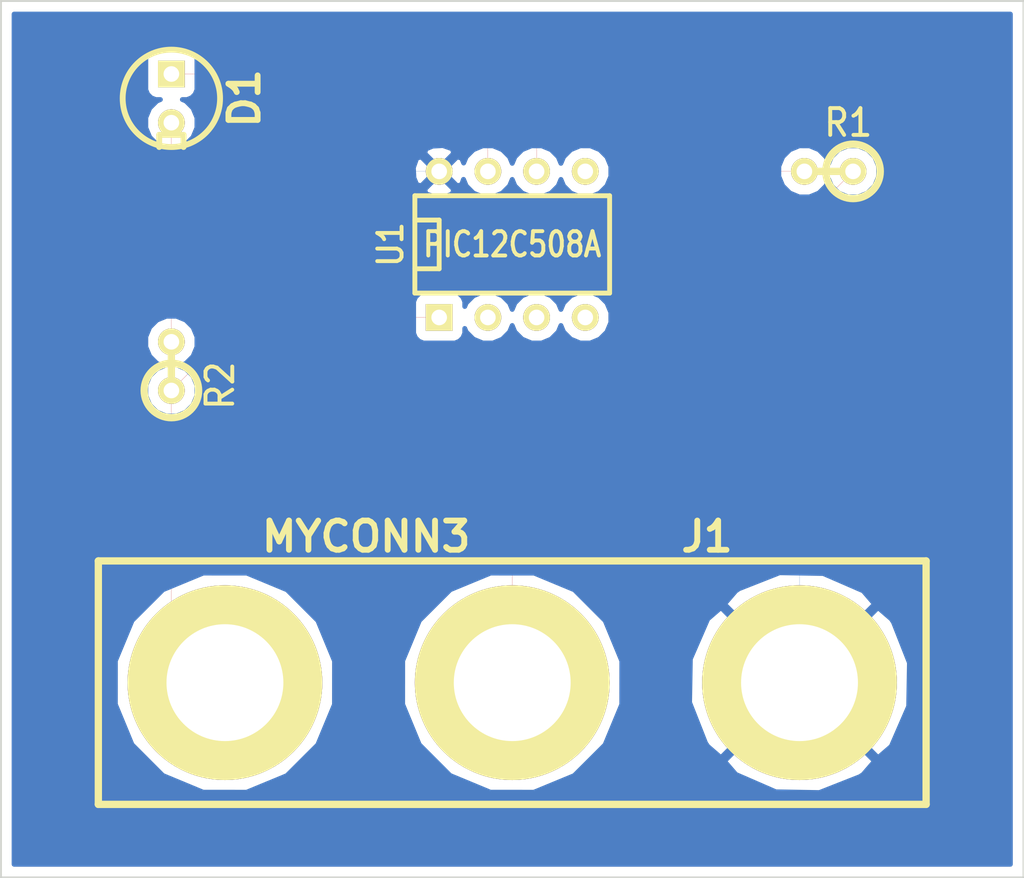
<source format=kicad_pcb>
(kicad_pcb (version 3) (host pcbnew "(2013-june-11)-stable")

  (general
    (links 7)
    (no_connects 0)
    (area 101.549999 74.879999 154.990001 120.700001)
    (thickness 1.6)
    (drawings 4)
    (tracks 19)
    (zones 0)
    (modules 5)
    (nets 7)
  )

  (page A4)
  (title_block 
    (title Tute1)
  )

  (layers
    (15 F.Cu signal)
    (0 B.Cu signal)
    (16 B.Adhes user)
    (17 F.Adhes user)
    (18 B.Paste user)
    (19 F.Paste user)
    (20 B.SilkS user)
    (21 F.SilkS user)
    (22 B.Mask user)
    (23 F.Mask user)
    (24 Dwgs.User user)
    (25 Cmts.User user)
    (26 Eco1.User user)
    (27 Eco2.User user)
    (28 Edge.Cuts user)
  )

  (setup
    (last_trace_width 0.01)
    (trace_clearance 0.015)
    (zone_clearance 0.508)
    (zone_45_only no)
    (trace_min 0.01)
    (segment_width 0.2)
    (edge_width 0.1)
    (via_size 0.889)
    (via_drill 0.635)
    (via_min_size 0.035)
    (via_min_drill 0.02)
    (uvia_size 0.508)
    (uvia_drill 0.127)
    (uvias_allowed no)
    (uvia_min_size 0.02)
    (uvia_min_drill 0.005)
    (pcb_text_width 0.3)
    (pcb_text_size 1.5 1.5)
    (mod_edge_width 0.15)
    (mod_text_size 1 1)
    (mod_text_width 0.15)
    (pad_size 1.5 1.5)
    (pad_drill 0.6)
    (pad_to_mask_clearance 0)
    (aux_axis_origin 0 0)
    (visible_elements FFFFFFBF)
    (pcbplotparams
      (layerselection 3178497)
      (usegerberextensions true)
      (excludeedgelayer true)
      (linewidth 0.150000)
      (plotframeref false)
      (viasonmask false)
      (mode 1)
      (useauxorigin false)
      (hpglpennumber 1)
      (hpglpenspeed 20)
      (hpglpendiameter 15)
      (hpglpenoverlay 2)
      (psnegative false)
      (psa4output false)
      (plotreference true)
      (plotvalue true)
      (plotothertext true)
      (plotinvisibletext false)
      (padsonsilk false)
      (subtractmaskfromsilk false)
      (outputformat 1)
      (mirror false)
      (drillshape 1)
      (scaleselection 1)
      (outputdirectory ""))
  )

  (net 0 "")
  (net 1 /INPUT)
  (net 2 /INPUTtoR)
  (net 3 /LEDtoR)
  (net 4 /uCtoLED)
  (net 5 GND)
  (net 6 VCC)

  (net_class Default "This is the default net class."
    (clearance 0.015)
    (trace_width 0.01)
    (via_dia 0.889)
    (via_drill 0.635)
    (uvia_dia 0.508)
    (uvia_drill 0.127)
    (add_net "")
    (add_net /INPUT)
    (add_net /INPUTtoR)
    (add_net /LEDtoR)
    (add_net /uCtoLED)
    (add_net GND)
    (add_net VCC)
  )

  (module R1 (layer F.Cu) (tedit 200000) (tstamp 55D5E437)
    (at 144.78 83.82 180)
    (descr "Resistance verticale")
    (tags R)
    (path /55C98AA1)
    (autoplace_cost90 10)
    (autoplace_cost180 10)
    (fp_text reference R1 (at -1.016 2.54 180) (layer F.SilkS)
      (effects (font (size 1.397 1.27) (thickness 0.2032)))
    )
    (fp_text value 100 (at -1.143 2.54 180) (layer F.SilkS) hide
      (effects (font (size 1.397 1.27) (thickness 0.2032)))
    )
    (fp_line (start -1.27 0) (end 1.27 0) (layer F.SilkS) (width 0.381))
    (fp_circle (center -1.27 0) (end -0.635 1.27) (layer F.SilkS) (width 0.381))
    (pad 1 thru_hole circle (at -1.27 0 180) (size 1.397 1.397) (drill 0.8128)
      (layers *.Cu *.Mask F.SilkS)
      (net 2 /INPUTtoR)
    )
    (pad 2 thru_hole circle (at 1.27 0 180) (size 1.397 1.397) (drill 0.8128)
      (layers *.Cu *.Mask F.SilkS)
      (net 1 /INPUT)
    )
    (model discret/verti_resistor.wrl
      (at (xyz 0 0 0))
      (scale (xyz 1 1 1))
      (rotate (xyz 0 0 0))
    )
  )

  (module LEDV (layer F.Cu) (tedit 200000) (tstamp 55D5BE4A)
    (at 110.49 80.01 270)
    (descr "Led verticale diam 6mm")
    (tags "LED DEV")
    (path /55C98CCB)
    (fp_text reference D1 (at 0 -3.81 270) (layer F.SilkS)
      (effects (font (size 1.524 1.524) (thickness 0.3048)))
    )
    (fp_text value LED (at 0 -3.81 270) (layer F.SilkS) hide
      (effects (font (size 1.524 1.524) (thickness 0.3048)))
    )
    (fp_circle (center 0 0) (end -2.54 0) (layer F.SilkS) (width 0.3048))
    (fp_line (start 2.54 -0.635) (end 1.905 -0.635) (layer F.SilkS) (width 0.3048))
    (fp_line (start 1.905 -0.635) (end 1.905 0.635) (layer F.SilkS) (width 0.3048))
    (fp_line (start 1.905 0.635) (end 2.54 0.635) (layer F.SilkS) (width 0.3048))
    (pad 1 thru_hole rect (at -1.27 0 270) (size 1.397 1.397) (drill 0.8128)
      (layers *.Cu *.Mask F.SilkS)
      (net 4 /uCtoLED)
    )
    (pad 2 thru_hole circle (at 1.27 0 270) (size 1.397 1.397) (drill 0.8128)
      (layers *.Cu *.Mask F.SilkS)
      (net 3 /LEDtoR)
    )
    (model discret/led5_vertical.wrl
      (at (xyz 0 0 0))
      (scale (xyz 1 1 1))
      (rotate (xyz 0 0 0))
    )
  )

  (module DIP-8__300 (layer F.Cu) (tedit 43A7F843) (tstamp 55D5BE0E)
    (at 128.27 87.63)
    (descr "8 pins DIL package, round pads")
    (tags DIL)
    (path /55C98C39)
    (fp_text reference U1 (at -6.35 0 90) (layer F.SilkS)
      (effects (font (size 1.27 1.143) (thickness 0.2032)))
    )
    (fp_text value PIC12C508A (at 0 0) (layer F.SilkS)
      (effects (font (size 1.27 1.016) (thickness 0.2032)))
    )
    (fp_line (start -5.08 -1.27) (end -3.81 -1.27) (layer F.SilkS) (width 0.254))
    (fp_line (start -3.81 -1.27) (end -3.81 1.27) (layer F.SilkS) (width 0.254))
    (fp_line (start -3.81 1.27) (end -5.08 1.27) (layer F.SilkS) (width 0.254))
    (fp_line (start -5.08 -2.54) (end 5.08 -2.54) (layer F.SilkS) (width 0.254))
    (fp_line (start 5.08 -2.54) (end 5.08 2.54) (layer F.SilkS) (width 0.254))
    (fp_line (start 5.08 2.54) (end -5.08 2.54) (layer F.SilkS) (width 0.254))
    (fp_line (start -5.08 2.54) (end -5.08 -2.54) (layer F.SilkS) (width 0.254))
    (pad 1 thru_hole rect (at -3.81 3.81) (size 1.397 1.397) (drill 0.8128)
      (layers *.Cu *.Mask F.SilkS)
      (net 6 VCC)
    )
    (pad 2 thru_hole circle (at -1.27 3.81) (size 1.397 1.397) (drill 0.8128)
      (layers *.Cu *.Mask F.SilkS)
    )
    (pad 3 thru_hole circle (at 1.27 3.81) (size 1.397 1.397) (drill 0.8128)
      (layers *.Cu *.Mask F.SilkS)
    )
    (pad 4 thru_hole circle (at 3.81 3.81) (size 1.397 1.397) (drill 0.8128)
      (layers *.Cu *.Mask F.SilkS)
    )
    (pad 5 thru_hole circle (at 3.81 -3.81) (size 1.397 1.397) (drill 0.8128)
      (layers *.Cu *.Mask F.SilkS)
    )
    (pad 6 thru_hole circle (at 1.27 -3.81) (size 1.397 1.397) (drill 0.8128)
      (layers *.Cu *.Mask F.SilkS)
      (net 1 /INPUT)
    )
    (pad 7 thru_hole circle (at -1.27 -3.81) (size 1.397 1.397) (drill 0.8128)
      (layers *.Cu *.Mask F.SilkS)
      (net 4 /uCtoLED)
    )
    (pad 8 thru_hole circle (at -3.81 -3.81) (size 1.397 1.397) (drill 0.8128)
      (layers *.Cu *.Mask F.SilkS)
      (net 5 GND)
    )
    (model dil/dil_8.wrl
      (at (xyz 0 0 0))
      (scale (xyz 1 1 1))
      (rotate (xyz 0 0 0))
    )
  )

  (module 3PIN_6mm (layer F.Cu) (tedit 200000) (tstamp 55D5BE68)
    (at 128.27 110.49)
    (descr "module 2 pin (trou 6 mm)")
    (tags DEV)
    (path /55D54C9B)
    (fp_text reference J1 (at 10.16 -7.62) (layer F.SilkS)
      (effects (font (size 1.524 1.524) (thickness 0.3048)))
    )
    (fp_text value MYCONN3 (at -7.62 -7.62) (layer F.SilkS)
      (effects (font (size 1.524 1.524) (thickness 0.3048)))
    )
    (fp_line (start -21.59 -6.35) (end 21.59 -6.35) (layer F.SilkS) (width 0.381))
    (fp_line (start 21.59 -6.35) (end 21.59 6.35) (layer F.SilkS) (width 0.381))
    (fp_line (start 21.59 6.35) (end -21.59 6.35) (layer F.SilkS) (width 0.381))
    (fp_line (start -21.59 6.35) (end -21.59 -6.35) (layer F.SilkS) (width 0.381))
    (pad 1 thru_hole circle (at -14.986 0) (size 10.16 10.16) (drill 6.096)
      (layers *.Cu *.Mask F.SilkS)
      (net 6 VCC)
    )
    (pad 3 thru_hole circle (at 14.986 0) (size 10.16 10.16) (drill 6.096)
      (layers *.Cu *.Mask F.SilkS)
      (net 5 GND)
    )
    (pad 2 thru_hole circle (at 0 0) (size 10.16 10.16) (drill 6.096)
      (layers *.Cu *.Mask F.SilkS)
      (net 2 /INPUTtoR)
    )
    (model "device/douille_4mm(black).wrl"
      (at (xyz 0 0 0))
      (scale (xyz 1.8 1.8 1.8))
      (rotate (xyz 0 0 0))
    )
    (model "device/douille_4mm(red).wrl"
      (at (xyz -0.59 0 0))
      (scale (xyz 1.8 1.8 1.8))
      (rotate (xyz 0 0 0))
    )
    (model "device/douille_4mm(green).wrl"
      (at (xyz 0.59 0 0))
      (scale (xyz 1.8 1.8 1.8))
      (rotate (xyz 0 0 0))
    )
  )

  (module R1 (layer F.Cu) (tedit 200000) (tstamp 55D5E375)
    (at 110.49 93.98 90)
    (descr "Resistance verticale")
    (tags R)
    (path /55C98937)
    (autoplace_cost90 10)
    (autoplace_cost180 10)
    (fp_text reference R2 (at -1.016 2.54 90) (layer F.SilkS)
      (effects (font (size 1.397 1.27) (thickness 0.2032)))
    )
    (fp_text value 1k (at -1.143 2.54 90) (layer F.SilkS) hide
      (effects (font (size 1.397 1.27) (thickness 0.2032)))
    )
    (fp_line (start -1.27 0) (end 1.27 0) (layer F.SilkS) (width 0.381))
    (fp_circle (center -1.27 0) (end -0.635 1.27) (layer F.SilkS) (width 0.381))
    (pad 1 thru_hole circle (at -1.27 0 90) (size 1.397 1.397) (drill 0.8128)
      (layers *.Cu *.Mask F.SilkS)
      (net 6 VCC)
    )
    (pad 2 thru_hole circle (at 1.27 0 90) (size 1.397 1.397) (drill 0.8128)
      (layers *.Cu *.Mask F.SilkS)
      (net 3 /LEDtoR)
    )
    (model discret/verti_resistor.wrl
      (at (xyz 0 0 0))
      (scale (xyz 1 1 1))
      (rotate (xyz 0 0 0))
    )
  )

  (gr_line (start 101.6 120.65) (end 101.6 74.93) (angle 90) (layer Edge.Cuts) (width 0.1))
  (gr_line (start 154.94 120.65) (end 101.6 120.65) (angle 90) (layer Edge.Cuts) (width 0.1))
  (gr_line (start 154.94 74.93) (end 154.94 120.65) (angle 90) (layer Edge.Cuts) (width 0.1))
  (gr_line (start 101.6 74.93) (end 154.94 74.93) (angle 90) (layer Edge.Cuts) (width 0.1))

  (segment (start 143.51 83.82) (end 139.7 83.82) (width 0.01) (layer F.Cu) (net 1) (status 10))
  (segment (start 129.54 82.55) (end 129.54 83.82) (width 0.01) (layer F.Cu) (net 1) (tstamp 55D5DBB7) (status 20))
  (segment (start 130.81 81.28) (end 129.54 82.55) (width 0.01) (layer F.Cu) (net 1) (tstamp 55D5DBB6))
  (segment (start 137.16 81.28) (end 130.81 81.28) (width 0.01) (layer F.Cu) (net 1) (tstamp 55D5DBB4))
  (segment (start 139.7 83.82) (end 137.16 81.28) (width 0.01) (layer F.Cu) (net 1) (tstamp 55D5DBA5))
  (segment (start 128.27 110.49) (end 128.27 101.6) (width 0.01) (layer F.Cu) (net 2) (status 10))
  (segment (start 128.27 101.6) (end 146.05 83.82) (width 0.01) (layer F.Cu) (net 2) (tstamp 55D5DB77) (status 20))
  (segment (start 110.49 81.28) (end 110.49 92.71) (width 0.01) (layer F.Cu) (net 3) (status 30))
  (segment (start 127 83.82) (end 127 78.74) (width 0.01) (layer F.Cu) (net 4) (status 10))
  (segment (start 127 78.74) (end 110.49 78.74) (width 0.01) (layer F.Cu) (net 4) (tstamp 55D5DBC7) (status 20))
  (segment (start 120.65 83.82) (end 124.46 83.82) (width 0.01) (layer B.Cu) (net 5) (tstamp 55D5E46E) (status 20))
  (segment (start 120.65 97.79) (end 120.65 83.82) (width 0.01) (layer B.Cu) (net 5) (tstamp 55D5E46D))
  (segment (start 141.732 97.79) (end 120.65 97.79) (width 0.01) (layer B.Cu) (net 5) (tstamp 55D5E46A))
  (segment (start 143.256 99.314) (end 141.732 97.79) (width 0.01) (layer B.Cu) (net 5) (tstamp 55D5E468))
  (segment (start 143.256 110.49) (end 143.256 99.314) (width 0.01) (layer B.Cu) (net 5) (status 10))
  (segment (start 110.49 95.25) (end 110.49 107.696) (width 0.01) (layer F.Cu) (net 6) (status 30))
  (segment (start 110.49 107.696) (end 113.284 110.49) (width 0.01) (layer F.Cu) (net 6) (tstamp 55D5E3CF) (status 30))
  (segment (start 124.46 91.44) (end 114.3 91.44) (width 0.01) (layer F.Cu) (net 6) (status 10))
  (segment (start 114.3 91.44) (end 110.49 95.25) (width 0.01) (layer F.Cu) (net 6) (tstamp 55D5E3CA) (status 20))

  (zone (net 5) (net_name GND) (layer B.Cu) (tstamp 55D5E678) (hatch edge 0.508)
    (connect_pads (clearance 0.508))
    (min_thickness 0.254)
    (fill (arc_segments 16) (thermal_gap 0.508) (thermal_bridge_width 0.508))
    (polygon
      (pts
        (xy 154.94 120.65) (xy 101.6 120.65) (xy 101.6 74.93) (xy 154.94 74.93)
      )
    )
    (filled_polygon
      (pts
        (xy 154.255 119.965) (xy 148.989988 119.965) (xy 148.989988 109.453241) (xy 148.156764 107.337857) (xy 148.04364 107.168557)
        (xy 147.38373 106.599427) (xy 147.38373 83.555914) (xy 147.181145 83.06562) (xy 146.806353 82.690174) (xy 146.316413 82.486733)
        (xy 145.785914 82.48627) (xy 145.29562 82.688855) (xy 144.920174 83.063647) (xy 144.779906 83.401448) (xy 144.641145 83.06562)
        (xy 144.266353 82.690174) (xy 143.776413 82.486733) (xy 143.245914 82.48627) (xy 142.75562 82.688855) (xy 142.380174 83.063647)
        (xy 142.176733 83.553587) (xy 142.17627 84.084086) (xy 142.378855 84.57438) (xy 142.753647 84.949826) (xy 143.243587 85.153267)
        (xy 143.774086 85.15373) (xy 144.26438 84.951145) (xy 144.639826 84.576353) (xy 144.780093 84.238551) (xy 144.918855 84.57438)
        (xy 145.293647 84.949826) (xy 145.783587 85.153267) (xy 146.314086 85.15373) (xy 146.80438 84.951145) (xy 147.179826 84.576353)
        (xy 147.383267 84.086413) (xy 147.38373 83.555914) (xy 147.38373 106.599427) (xy 147.352828 106.572777) (xy 147.173223 106.752382)
        (xy 147.173223 106.393172) (xy 146.577443 105.70236) (xy 144.492462 104.795736) (xy 142.219241 104.756012) (xy 140.103857 105.589236)
        (xy 139.934557 105.70236) (xy 139.338777 106.393172) (xy 143.256 110.310395) (xy 147.173223 106.393172) (xy 147.173223 106.752382)
        (xy 143.435605 110.49) (xy 147.352828 114.407223) (xy 148.04364 113.811443) (xy 148.950264 111.726462) (xy 148.989988 109.453241)
        (xy 148.989988 119.965) (xy 147.173223 119.965) (xy 147.173223 114.586828) (xy 143.256 110.669605) (xy 143.076395 110.84921)
        (xy 143.076395 110.49) (xy 139.159172 106.572777) (xy 138.46836 107.168557) (xy 137.561736 109.253538) (xy 137.522012 111.526759)
        (xy 138.355236 113.642143) (xy 138.46836 113.811443) (xy 139.159172 114.407223) (xy 143.076395 110.49) (xy 143.076395 110.84921)
        (xy 139.338777 114.586828) (xy 139.934557 115.27764) (xy 142.019538 116.184264) (xy 144.292759 116.223988) (xy 146.408143 115.390764)
        (xy 146.577443 115.27764) (xy 147.173223 114.586828) (xy 147.173223 119.965) (xy 133.985989 119.965) (xy 133.985989 109.358204)
        (xy 133.41373 107.97323) (xy 133.41373 91.175914) (xy 133.41373 83.555914) (xy 133.211145 83.06562) (xy 132.836353 82.690174)
        (xy 132.346413 82.486733) (xy 131.815914 82.48627) (xy 131.32562 82.688855) (xy 130.950174 83.063647) (xy 130.809906 83.401448)
        (xy 130.671145 83.06562) (xy 130.296353 82.690174) (xy 129.806413 82.486733) (xy 129.275914 82.48627) (xy 128.78562 82.688855)
        (xy 128.410174 83.063647) (xy 128.269906 83.401448) (xy 128.131145 83.06562) (xy 127.756353 82.690174) (xy 127.266413 82.486733)
        (xy 126.735914 82.48627) (xy 126.24562 82.688855) (xy 125.870174 83.063647) (xy 125.736685 83.385122) (xy 125.629798 83.127072)
        (xy 125.394186 83.065419) (xy 125.214581 83.245024) (xy 125.214581 82.885814) (xy 125.152928 82.650202) (xy 124.65252 82.474076)
        (xy 124.122802 82.502854) (xy 123.767072 82.650202) (xy 123.705419 82.885814) (xy 124.46 83.640395) (xy 125.214581 82.885814)
        (xy 125.214581 83.245024) (xy 124.639605 83.82) (xy 125.394186 84.574581) (xy 125.629798 84.512928) (xy 125.728082 84.233683)
        (xy 125.868855 84.57438) (xy 126.243647 84.949826) (xy 126.733587 85.153267) (xy 127.264086 85.15373) (xy 127.75438 84.951145)
        (xy 128.129826 84.576353) (xy 128.270093 84.238551) (xy 128.408855 84.57438) (xy 128.783647 84.949826) (xy 129.273587 85.153267)
        (xy 129.804086 85.15373) (xy 130.29438 84.951145) (xy 130.669826 84.576353) (xy 130.810093 84.238551) (xy 130.948855 84.57438)
        (xy 131.323647 84.949826) (xy 131.813587 85.153267) (xy 132.344086 85.15373) (xy 132.83438 84.951145) (xy 133.209826 84.576353)
        (xy 133.413267 84.086413) (xy 133.41373 83.555914) (xy 133.41373 91.175914) (xy 133.211145 90.68562) (xy 132.836353 90.310174)
        (xy 132.346413 90.106733) (xy 131.815914 90.10627) (xy 131.32562 90.308855) (xy 130.950174 90.683647) (xy 130.809906 91.021448)
        (xy 130.671145 90.68562) (xy 130.296353 90.310174) (xy 129.806413 90.106733) (xy 129.275914 90.10627) (xy 128.78562 90.308855)
        (xy 128.410174 90.683647) (xy 128.269906 91.021448) (xy 128.131145 90.68562) (xy 127.756353 90.310174) (xy 127.266413 90.106733)
        (xy 126.735914 90.10627) (xy 126.24562 90.308855) (xy 125.870174 90.683647) (xy 125.79361 90.868033) (xy 125.79361 90.615745)
        (xy 125.697141 90.382271) (xy 125.518668 90.203487) (xy 125.285364 90.106611) (xy 125.214581 90.106549) (xy 125.214581 84.754186)
        (xy 124.46 83.999605) (xy 124.280395 84.17921) (xy 124.280395 83.82) (xy 123.525814 83.065419) (xy 123.290202 83.127072)
        (xy 123.114076 83.62748) (xy 123.142854 84.157198) (xy 123.290202 84.512928) (xy 123.525814 84.574581) (xy 124.280395 83.82)
        (xy 124.280395 84.17921) (xy 123.705419 84.754186) (xy 123.767072 84.989798) (xy 124.26748 85.165924) (xy 124.797198 85.137146)
        (xy 125.152928 84.989798) (xy 125.214581 84.754186) (xy 125.214581 90.106549) (xy 125.032745 90.10639) (xy 123.635745 90.10639)
        (xy 123.402271 90.202859) (xy 123.223487 90.381332) (xy 123.126611 90.614636) (xy 123.12639 90.867255) (xy 123.12639 92.264255)
        (xy 123.222859 92.497729) (xy 123.401332 92.676513) (xy 123.634636 92.773389) (xy 123.887255 92.77361) (xy 125.284255 92.77361)
        (xy 125.517729 92.677141) (xy 125.696513 92.498668) (xy 125.793389 92.265364) (xy 125.79361 92.012745) (xy 125.79361 92.012272)
        (xy 125.868855 92.19438) (xy 126.243647 92.569826) (xy 126.733587 92.773267) (xy 127.264086 92.77373) (xy 127.75438 92.571145)
        (xy 128.129826 92.196353) (xy 128.270093 91.858551) (xy 128.408855 92.19438) (xy 128.783647 92.569826) (xy 129.273587 92.773267)
        (xy 129.804086 92.77373) (xy 130.29438 92.571145) (xy 130.669826 92.196353) (xy 130.810093 91.858551) (xy 130.948855 92.19438)
        (xy 131.323647 92.569826) (xy 131.813587 92.773267) (xy 132.344086 92.77373) (xy 132.83438 92.571145) (xy 133.209826 92.196353)
        (xy 133.413267 91.706413) (xy 133.41373 91.175914) (xy 133.41373 107.97323) (xy 133.117766 107.256942) (xy 131.511514 105.647884)
        (xy 129.411771 104.775995) (xy 127.138204 104.774011) (xy 125.036942 105.642234) (xy 123.427884 107.248486) (xy 122.555995 109.348229)
        (xy 122.554011 111.621796) (xy 123.422234 113.723058) (xy 125.028486 115.332116) (xy 127.128229 116.204005) (xy 129.401796 116.205989)
        (xy 131.503058 115.337766) (xy 133.112116 113.731514) (xy 133.984005 111.631771) (xy 133.985989 109.358204) (xy 133.985989 119.965)
        (xy 118.999989 119.965) (xy 118.999989 109.358204) (xy 118.131766 107.256942) (xy 116.525514 105.647884) (xy 114.425771 104.775995)
        (xy 112.152204 104.774011) (xy 111.82373 104.909733) (xy 111.82373 94.985914) (xy 111.621145 94.49562) (xy 111.246353 94.120174)
        (xy 110.908551 93.979906) (xy 111.24438 93.841145) (xy 111.619826 93.466353) (xy 111.823267 92.976413) (xy 111.82373 92.445914)
        (xy 111.82373 81.015914) (xy 111.621145 80.52562) (xy 111.246353 80.150174) (xy 111.061966 80.07361) (xy 111.314255 80.07361)
        (xy 111.547729 79.977141) (xy 111.726513 79.798668) (xy 111.823389 79.565364) (xy 111.82361 79.312745) (xy 111.82361 77.915745)
        (xy 111.727141 77.682271) (xy 111.548668 77.503487) (xy 111.315364 77.406611) (xy 111.062745 77.40639) (xy 109.665745 77.40639)
        (xy 109.432271 77.502859) (xy 109.253487 77.681332) (xy 109.156611 77.914636) (xy 109.15639 78.167255) (xy 109.15639 79.564255)
        (xy 109.252859 79.797729) (xy 109.431332 79.976513) (xy 109.664636 80.073389) (xy 109.917255 80.07361) (xy 109.917727 80.07361)
        (xy 109.73562 80.148855) (xy 109.360174 80.523647) (xy 109.156733 81.013587) (xy 109.15627 81.544086) (xy 109.358855 82.03438)
        (xy 109.733647 82.409826) (xy 110.223587 82.613267) (xy 110.754086 82.61373) (xy 111.24438 82.411145) (xy 111.619826 82.036353)
        (xy 111.823267 81.546413) (xy 111.82373 81.015914) (xy 111.82373 92.445914) (xy 111.621145 91.95562) (xy 111.246353 91.580174)
        (xy 110.756413 91.376733) (xy 110.225914 91.37627) (xy 109.73562 91.578855) (xy 109.360174 91.953647) (xy 109.156733 92.443587)
        (xy 109.15627 92.974086) (xy 109.358855 93.46438) (xy 109.733647 93.839826) (xy 110.071448 93.980093) (xy 109.73562 94.118855)
        (xy 109.360174 94.493647) (xy 109.156733 94.983587) (xy 109.15627 95.514086) (xy 109.358855 96.00438) (xy 109.733647 96.379826)
        (xy 110.223587 96.583267) (xy 110.754086 96.58373) (xy 111.24438 96.381145) (xy 111.619826 96.006353) (xy 111.823267 95.516413)
        (xy 111.82373 94.985914) (xy 111.82373 104.909733) (xy 110.050942 105.642234) (xy 108.441884 107.248486) (xy 107.569995 109.348229)
        (xy 107.568011 111.621796) (xy 108.436234 113.723058) (xy 110.042486 115.332116) (xy 112.142229 116.204005) (xy 114.415796 116.205989)
        (xy 116.517058 115.337766) (xy 118.126116 113.731514) (xy 118.998005 111.631771) (xy 118.999989 109.358204) (xy 118.999989 119.965)
        (xy 102.285 119.965) (xy 102.285 75.615) (xy 154.255 75.615) (xy 154.255 119.965)
      )
    )
  )
)

</source>
